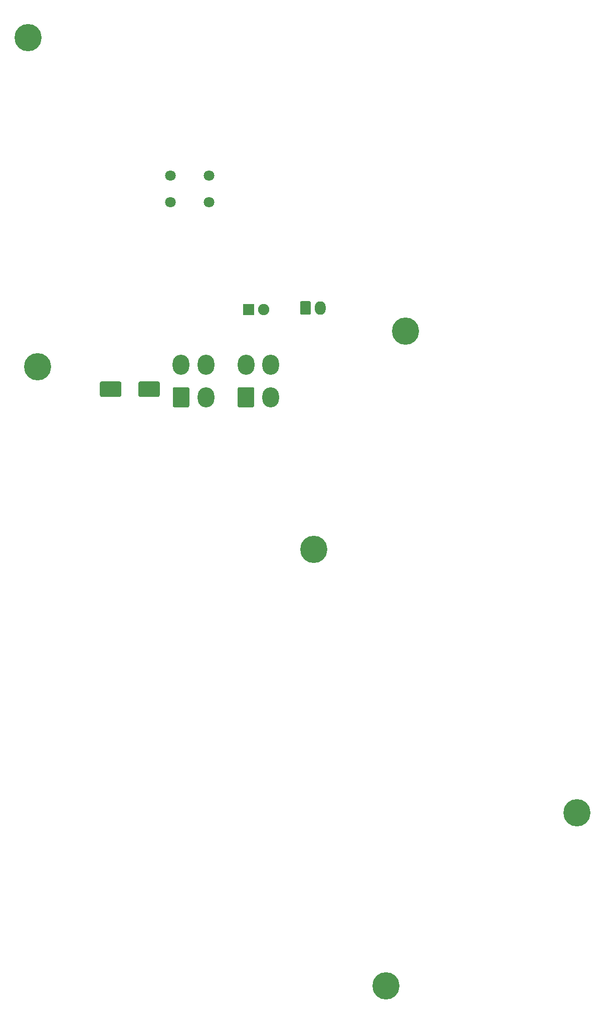
<source format=gbr>
%TF.GenerationSoftware,KiCad,Pcbnew,(5.1.12-1-10_14)*%
%TF.CreationDate,2021-11-28T13:05:42+11:00*%
%TF.ProjectId,DISP-EMC Panel PCB V1,44495350-2d45-44d4-9320-50616e656c20,rev?*%
%TF.SameCoordinates,Original*%
%TF.FileFunction,Soldermask,Bot*%
%TF.FilePolarity,Negative*%
%FSLAX46Y46*%
G04 Gerber Fmt 4.6, Leading zero omitted, Abs format (unit mm)*
G04 Created by KiCad (PCBNEW (5.1.12-1-10_14)) date 2021-11-28 13:05:42*
%MOMM*%
%LPD*%
G01*
G04 APERTURE LIST*
%ADD10C,4.600000*%
%ADD11O,1.840000X2.290000*%
%ADD12C,1.800000*%
%ADD13C,1.900000*%
%ADD14O,2.800000X3.400000*%
G04 APERTURE END LIST*
D10*
%TO.C,H6*%
X142060572Y-145042522D03*
%TD*%
%TO.C,H5*%
X109829600Y-174244000D03*
%TD*%
%TO.C,H4*%
X97610573Y-100592522D03*
%TD*%
%TO.C,H3*%
X113104572Y-63762522D03*
%TD*%
%TO.C,H2*%
X49350573Y-14232522D03*
%TD*%
%TO.C,H1*%
X50977800Y-69748400D03*
%TD*%
D11*
%TO.C,J3*%
X98753572Y-59825522D03*
G36*
G01*
X95293572Y-60706156D02*
X95293572Y-58944888D01*
G75*
G02*
X95557938Y-58680522I264366J0D01*
G01*
X96869206Y-58680522D01*
G75*
G02*
X97133572Y-58944888I0J-264366D01*
G01*
X97133572Y-60706156D01*
G75*
G02*
X96869206Y-60970522I-264366J0D01*
G01*
X95557938Y-60970522D01*
G75*
G02*
X95293572Y-60706156I0J264366D01*
G01*
G37*
%TD*%
D12*
%TO.C,SW1*%
X73406000Y-37465000D03*
X79906000Y-37465000D03*
X73406000Y-41965000D03*
X79906000Y-41965000D03*
%TD*%
D13*
%TO.C,D1*%
X89154000Y-60071000D03*
G36*
G01*
X85664000Y-60971000D02*
X85664000Y-59171000D01*
G75*
G02*
X85714000Y-59121000I50000J0D01*
G01*
X87514000Y-59121000D01*
G75*
G02*
X87564000Y-59171000I0J-50000D01*
G01*
X87564000Y-60971000D01*
G75*
G02*
X87514000Y-61021000I-50000J0D01*
G01*
X85714000Y-61021000D01*
G75*
G02*
X85664000Y-60971000I0J50000D01*
G01*
G37*
%TD*%
%TO.C,C1*%
G36*
G01*
X67998000Y-74573000D02*
X67998000Y-72493000D01*
G75*
G02*
X68258000Y-72233000I260000J0D01*
G01*
X71338000Y-72233000D01*
G75*
G02*
X71598000Y-72493000I0J-260000D01*
G01*
X71598000Y-74573000D01*
G75*
G02*
X71338000Y-74833000I-260000J0D01*
G01*
X68258000Y-74833000D01*
G75*
G02*
X67998000Y-74573000I0J260000D01*
G01*
G37*
G36*
G01*
X61498000Y-74573000D02*
X61498000Y-72493000D01*
G75*
G02*
X61758000Y-72233000I260000J0D01*
G01*
X64838000Y-72233000D01*
G75*
G02*
X65098000Y-72493000I0J-260000D01*
G01*
X65098000Y-74573000D01*
G75*
G02*
X64838000Y-74833000I-260000J0D01*
G01*
X61758000Y-74833000D01*
G75*
G02*
X61498000Y-74573000I0J260000D01*
G01*
G37*
%TD*%
D14*
%TO.C,J2*%
X79400000Y-69400000D03*
X75200000Y-69400000D03*
X79400000Y-74900000D03*
G36*
G01*
X73800000Y-76339600D02*
X73800000Y-73460400D01*
G75*
G02*
X74060400Y-73200000I260400J0D01*
G01*
X76339600Y-73200000D01*
G75*
G02*
X76600000Y-73460400I0J-260400D01*
G01*
X76600000Y-76339600D01*
G75*
G02*
X76339600Y-76600000I-260400J0D01*
G01*
X74060400Y-76600000D01*
G75*
G02*
X73800000Y-76339600I0J260400D01*
G01*
G37*
%TD*%
%TO.C,J1*%
X90350000Y-69400000D03*
X86150000Y-69400000D03*
X90350000Y-74900000D03*
G36*
G01*
X84750000Y-76339600D02*
X84750000Y-73460400D01*
G75*
G02*
X85010400Y-73200000I260400J0D01*
G01*
X87289600Y-73200000D01*
G75*
G02*
X87550000Y-73460400I0J-260400D01*
G01*
X87550000Y-76339600D01*
G75*
G02*
X87289600Y-76600000I-260400J0D01*
G01*
X85010400Y-76600000D01*
G75*
G02*
X84750000Y-76339600I0J260400D01*
G01*
G37*
%TD*%
M02*

</source>
